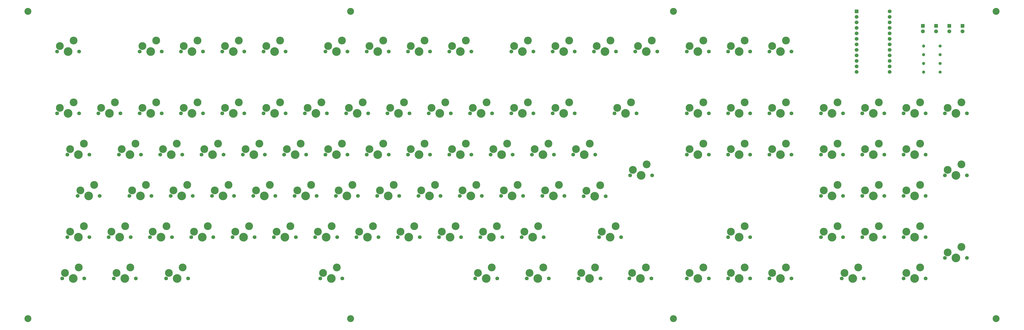
<source format=gbr>
%TF.GenerationSoftware,KiCad,Pcbnew,7.0.10*%
%TF.CreationDate,2024-04-02T12:04:44+02:00*%
%TF.ProjectId,k3yb.it,6b337962-2e69-4742-9e6b-696361645f70,v1.0b*%
%TF.SameCoordinates,Original*%
%TF.FileFunction,Soldermask,Top*%
%TF.FilePolarity,Negative*%
%FSLAX46Y46*%
G04 Gerber Fmt 4.6, Leading zero omitted, Abs format (unit mm)*
G04 Created by KiCad (PCBNEW 7.0.10) date 2024-04-02 12:04:44*
%MOMM*%
%LPD*%
G01*
G04 APERTURE LIST*
%ADD10C,3.600000*%
%ADD11C,1.750000*%
%ADD12C,4.000000*%
%ADD13C,1.400000*%
%ADD14O,1.400000X1.400000*%
%ADD15R,1.800000X1.800000*%
%ADD16C,1.800000*%
%ADD17C,3.200000*%
%ADD18C,1.752600*%
%ADD19R,1.752600X1.752600*%
G04 APERTURE END LIST*
D10*
%TO.C,S50*%
X79057500Y-104775000D03*
X72707500Y-107315000D03*
D11*
X81597500Y-109855000D03*
D12*
X76517500Y-109855000D03*
D11*
X71437500Y-109855000D03*
%TD*%
%TO.C,S11*%
X266700000Y-43180000D03*
D12*
X271780000Y-43180000D03*
D11*
X276860000Y-43180000D03*
D10*
X267970000Y-40640000D03*
X274320000Y-38100000D03*
%TD*%
D13*
%TO.C,R3*%
X445465000Y-52655000D03*
D14*
X437845000Y-52655000D03*
%TD*%
D11*
%TO.C,S18*%
X57150000Y-71755000D03*
D12*
X62230000Y-71755000D03*
D11*
X67310000Y-71755000D03*
D10*
X58420000Y-69215000D03*
X64770000Y-66675000D03*
%TD*%
D11*
%TO.C,S78*%
X347662500Y-128905000D03*
D12*
X352742500Y-128905000D03*
D11*
X357822500Y-128905000D03*
D10*
X348932500Y-126365000D03*
X355282500Y-123825000D03*
%TD*%
D11*
%TO.C,S48*%
X366712500Y-71755000D03*
D12*
X371792500Y-71755000D03*
D11*
X376872500Y-71755000D03*
D10*
X367982500Y-69215000D03*
X374332500Y-66675000D03*
%TD*%
D11*
%TO.C,S8*%
X200025000Y-43180000D03*
D12*
X205105000Y-43180000D03*
D11*
X210185000Y-43180000D03*
D10*
X201295000Y-40640000D03*
X207645000Y-38100000D03*
%TD*%
D11*
%TO.C,S60*%
X261937500Y-109855000D03*
D12*
X267017500Y-109855000D03*
D11*
X272097500Y-109855000D03*
D10*
X263207500Y-107315000D03*
X269557500Y-104775000D03*
%TD*%
D11*
%TO.C,S56*%
X185737500Y-109855000D03*
D12*
X190817500Y-109855000D03*
D11*
X195897500Y-109855000D03*
D10*
X187007500Y-107315000D03*
X193357500Y-104775000D03*
%TD*%
D11*
%TO.C,S88*%
X302101250Y-147955000D03*
D12*
X307181250Y-147955000D03*
D11*
X312261250Y-147955000D03*
D10*
X303371250Y-145415000D03*
X309721250Y-142875000D03*
%TD*%
D11*
%TO.C,S3*%
X95250000Y-43180000D03*
D12*
X100330000Y-43180000D03*
D11*
X105410000Y-43180000D03*
D10*
X96520000Y-40640000D03*
X102870000Y-38100000D03*
%TD*%
D11*
%TO.C,S52*%
X109537500Y-109855000D03*
D12*
X114617500Y-109855000D03*
D11*
X119697500Y-109855000D03*
D10*
X110807500Y-107315000D03*
X117157500Y-104775000D03*
%TD*%
D11*
%TO.C,S59*%
X242887500Y-109855000D03*
D12*
X247967500Y-109855000D03*
D11*
X253047500Y-109855000D03*
D10*
X244157500Y-107315000D03*
X250507500Y-104775000D03*
%TD*%
D11*
%TO.C,S63*%
X347662500Y-90805000D03*
D12*
X352742500Y-90805000D03*
D11*
X357822500Y-90805000D03*
D10*
X348932500Y-88265000D03*
X355282500Y-85725000D03*
%TD*%
D11*
%TO.C,S20*%
X95250000Y-71755000D03*
D12*
X100330000Y-71755000D03*
D11*
X105410000Y-71755000D03*
D10*
X96520000Y-69215000D03*
X102870000Y-66675000D03*
%TD*%
D11*
%TO.C,S38*%
X142875000Y-90805000D03*
D12*
X147955000Y-90805000D03*
D11*
X153035000Y-90805000D03*
D10*
X144145000Y-88265000D03*
X150495000Y-85725000D03*
%TD*%
D11*
%TO.C,S61*%
X302418750Y-100330000D03*
D12*
X307498750Y-100330000D03*
D11*
X312578750Y-100330000D03*
D10*
X303688750Y-97790000D03*
X310038750Y-95250000D03*
%TD*%
D11*
%TO.C,S97*%
X390525000Y-71755000D03*
D12*
X395605000Y-71755000D03*
D11*
X400685000Y-71755000D03*
D10*
X391795000Y-69215000D03*
X398145000Y-66675000D03*
%TD*%
D11*
%TO.C,S31*%
X280987500Y-110013750D03*
D12*
X286067500Y-110013750D03*
D11*
X291147500Y-110013750D03*
D10*
X282257500Y-107473750D03*
X288607500Y-104933750D03*
%TD*%
D11*
%TO.C,S13*%
X304800000Y-43180000D03*
D12*
X309880000Y-43180000D03*
D11*
X314960000Y-43180000D03*
D10*
X306070000Y-40640000D03*
X312420000Y-38100000D03*
%TD*%
D11*
%TO.C,S54*%
X147637500Y-109855000D03*
D12*
X152717500Y-109855000D03*
D11*
X157797500Y-109855000D03*
D10*
X148907500Y-107315000D03*
X155257500Y-104775000D03*
%TD*%
D15*
%TO.C,D80*%
X443611000Y-31358000D03*
D16*
X443611000Y-33898000D03*
%TD*%
D11*
%TO.C,S30*%
X295275000Y-71755000D03*
D12*
X300355000Y-71755000D03*
D11*
X305435000Y-71755000D03*
D10*
X296545000Y-69215000D03*
X302895000Y-66675000D03*
%TD*%
D11*
%TO.C,S21*%
X114300000Y-71755000D03*
D12*
X119380000Y-71755000D03*
D11*
X124460000Y-71755000D03*
D10*
X115570000Y-69215000D03*
X121920000Y-66675000D03*
%TD*%
D11*
%TO.C,S26*%
X209550000Y-71755000D03*
D12*
X214630000Y-71755000D03*
D11*
X219710000Y-71755000D03*
D10*
X210820000Y-69215000D03*
X217170000Y-66675000D03*
%TD*%
D11*
%TO.C,S73*%
X195262500Y-128905000D03*
D12*
X200342500Y-128905000D03*
D11*
X205422500Y-128905000D03*
D10*
X196532500Y-126365000D03*
X202882500Y-123825000D03*
%TD*%
D11*
%TO.C,S87*%
X278606250Y-147955000D03*
D12*
X283686250Y-147955000D03*
D11*
X288766250Y-147955000D03*
D10*
X279876250Y-145415000D03*
X286226250Y-142875000D03*
%TD*%
D11*
%TO.C,S53*%
X128587500Y-109855000D03*
D12*
X133667500Y-109855000D03*
D11*
X138747500Y-109855000D03*
D10*
X129857500Y-107315000D03*
X136207500Y-104775000D03*
%TD*%
D11*
%TO.C,S47*%
X347662500Y-71755000D03*
D12*
X352742500Y-71755000D03*
D11*
X357822500Y-71755000D03*
D10*
X348932500Y-69215000D03*
X355282500Y-66675000D03*
%TD*%
D17*
%TO.C,REF\u002A\u002A*%
X173515900Y-166465966D03*
%TD*%
D11*
%TO.C,S4*%
X114300000Y-43180000D03*
D12*
X119380000Y-43180000D03*
D11*
X124460000Y-43180000D03*
D10*
X115570000Y-40640000D03*
X121920000Y-38100000D03*
%TD*%
D11*
%TO.C,S2*%
X76200000Y-43180000D03*
D12*
X81280000Y-43180000D03*
D11*
X86360000Y-43180000D03*
D10*
X77470000Y-40640000D03*
X83820000Y-38100000D03*
%TD*%
D11*
%TO.C,S101*%
X390525000Y-90805000D03*
D12*
X395605000Y-90805000D03*
D11*
X400685000Y-90805000D03*
D10*
X391795000Y-88265000D03*
X398145000Y-85725000D03*
%TD*%
D11*
%TO.C,S62*%
X328612500Y-90805000D03*
D12*
X333692500Y-90805000D03*
D11*
X338772500Y-90805000D03*
D10*
X329882500Y-88265000D03*
X336232500Y-85725000D03*
%TD*%
D11*
%TO.C,S65*%
X42862500Y-128905000D03*
D12*
X47942500Y-128905000D03*
D11*
X53022500Y-128905000D03*
D10*
X44132500Y-126365000D03*
X50482500Y-123825000D03*
%TD*%
D11*
%TO.C,S64*%
X366712500Y-90805000D03*
D12*
X371792500Y-90805000D03*
D11*
X376872500Y-90805000D03*
D10*
X367982500Y-88265000D03*
X374332500Y-85725000D03*
%TD*%
D11*
%TO.C,S71*%
X157162500Y-128905000D03*
D12*
X162242500Y-128905000D03*
D11*
X167322500Y-128905000D03*
D10*
X158432500Y-126365000D03*
X164782500Y-123825000D03*
%TD*%
D11*
%TO.C,S105*%
X390525000Y-109855000D03*
D12*
X395605000Y-109855000D03*
D11*
X400685000Y-109855000D03*
D10*
X391795000Y-107315000D03*
X398145000Y-104775000D03*
%TD*%
D11*
%TO.C,S99*%
X428625000Y-71755000D03*
D12*
X433705000Y-71755000D03*
D11*
X438785000Y-71755000D03*
D10*
X429895000Y-69215000D03*
X436245000Y-66675000D03*
%TD*%
D11*
%TO.C,S102*%
X409575000Y-90805000D03*
D12*
X414655000Y-90805000D03*
D11*
X419735000Y-90805000D03*
D10*
X410845000Y-88265000D03*
X417195000Y-85725000D03*
%TD*%
D11*
%TO.C,S19*%
X76200000Y-71755000D03*
D12*
X81280000Y-71755000D03*
D11*
X86360000Y-71755000D03*
D10*
X77470000Y-69215000D03*
X83820000Y-66675000D03*
%TD*%
D11*
%TO.C,S70*%
X138112500Y-128905000D03*
D12*
X143192500Y-128905000D03*
D11*
X148272500Y-128905000D03*
D10*
X139382500Y-126365000D03*
X145732500Y-123825000D03*
%TD*%
D11*
%TO.C,S5*%
X133350000Y-43180000D03*
D12*
X138430000Y-43180000D03*
D11*
X143510000Y-43180000D03*
D10*
X134620000Y-40640000D03*
X140970000Y-38100000D03*
%TD*%
D17*
%TO.C,REF\u002A\u002A*%
X471270611Y-166477368D03*
%TD*%
D11*
%TO.C,S28*%
X247650000Y-71755000D03*
D12*
X252730000Y-71755000D03*
D11*
X257810000Y-71755000D03*
D10*
X248920000Y-69215000D03*
X255270000Y-66675000D03*
%TD*%
D11*
%TO.C,S39*%
X161925000Y-90805000D03*
D12*
X167005000Y-90805000D03*
D11*
X172085000Y-90805000D03*
D10*
X163195000Y-88265000D03*
X169545000Y-85725000D03*
%TD*%
D11*
%TO.C,S98*%
X409575000Y-71755000D03*
D12*
X414655000Y-71755000D03*
D11*
X419735000Y-71755000D03*
D10*
X410845000Y-69215000D03*
X417195000Y-66675000D03*
%TD*%
D11*
%TO.C,S83*%
X88423750Y-147955000D03*
D12*
X93503750Y-147955000D03*
D11*
X98583750Y-147955000D03*
D10*
X89693750Y-145415000D03*
X96043750Y-142875000D03*
%TD*%
D11*
%TO.C,S82*%
X64293750Y-147955000D03*
D12*
X69373750Y-147955000D03*
D11*
X74453750Y-147955000D03*
D10*
X65563750Y-145415000D03*
X71913750Y-142875000D03*
%TD*%
D11*
%TO.C,S41*%
X200025000Y-90805000D03*
D12*
X205105000Y-90805000D03*
D11*
X210185000Y-90805000D03*
D10*
X201295000Y-88265000D03*
X207645000Y-85725000D03*
%TD*%
D11*
%TO.C,S81*%
X40481250Y-147955000D03*
D12*
X45561250Y-147955000D03*
D11*
X50641250Y-147955000D03*
D10*
X41751250Y-145415000D03*
X48101250Y-142875000D03*
%TD*%
D17*
%TO.C,REF\u002A\u002A*%
X322380592Y-166477368D03*
%TD*%
D11*
%TO.C,S45*%
X276225000Y-90805000D03*
D12*
X281305000Y-90805000D03*
D11*
X286385000Y-90805000D03*
D10*
X277495000Y-88265000D03*
X283845000Y-85725000D03*
%TD*%
D17*
%TO.C,REF\u002A\u002A*%
X173500675Y-24646572D03*
%TD*%
D11*
%TO.C,S17*%
X38100000Y-71755000D03*
D12*
X43180000Y-71755000D03*
D11*
X48260000Y-71755000D03*
D10*
X39370000Y-69215000D03*
X45720000Y-66675000D03*
%TD*%
D17*
%TO.C,REF\u002A\u002A*%
X322388177Y-24654157D03*
%TD*%
D11*
%TO.C,S37*%
X123825000Y-90805000D03*
D12*
X128905000Y-90805000D03*
D11*
X133985000Y-90805000D03*
D10*
X125095000Y-88265000D03*
X131445000Y-85725000D03*
%TD*%
D11*
%TO.C,S35*%
X85725000Y-90805000D03*
D12*
X90805000Y-90805000D03*
D11*
X95885000Y-90805000D03*
D10*
X86995000Y-88265000D03*
X93345000Y-85725000D03*
%TD*%
D11*
%TO.C,S75*%
X233362500Y-128905000D03*
D12*
X238442500Y-128905000D03*
D11*
X243522500Y-128905000D03*
D10*
X234632500Y-126365000D03*
X240982500Y-123825000D03*
%TD*%
D11*
%TO.C,S94*%
X447675000Y-138430000D03*
D12*
X452755000Y-138430000D03*
D11*
X457835000Y-138430000D03*
D10*
X448945000Y-135890000D03*
X455295000Y-133350000D03*
%TD*%
D11*
%TO.C,S85*%
X230981250Y-147955000D03*
D12*
X236061250Y-147955000D03*
D11*
X241141250Y-147955000D03*
D10*
X232251250Y-145415000D03*
X238601250Y-142875000D03*
%TD*%
D11*
%TO.C,S91*%
X366712500Y-147955000D03*
D12*
X371792500Y-147955000D03*
D11*
X376872500Y-147955000D03*
D10*
X367982500Y-145415000D03*
X374332500Y-142875000D03*
%TD*%
D11*
%TO.C,S77*%
X288131250Y-128905000D03*
D12*
X293211250Y-128905000D03*
D11*
X298291250Y-128905000D03*
D10*
X289401250Y-126365000D03*
X295751250Y-123825000D03*
%TD*%
D11*
%TO.C,S68*%
X100012500Y-128905000D03*
D12*
X105092500Y-128905000D03*
D11*
X110172500Y-128905000D03*
D10*
X101282500Y-126365000D03*
X107632500Y-123825000D03*
%TD*%
D11*
%TO.C,S1*%
X38100000Y-43180000D03*
D12*
X43180000Y-43180000D03*
D11*
X48260000Y-43180000D03*
D10*
X39370000Y-40640000D03*
X45720000Y-38100000D03*
%TD*%
D11*
%TO.C,S76*%
X252412500Y-128905000D03*
D12*
X257492500Y-128905000D03*
D11*
X262572500Y-128905000D03*
D10*
X253682500Y-126365000D03*
X260032500Y-123825000D03*
%TD*%
D11*
%TO.C,S34*%
X66675000Y-90805000D03*
D12*
X71755000Y-90805000D03*
D11*
X76835000Y-90805000D03*
D10*
X67945000Y-88265000D03*
X74295000Y-85725000D03*
%TD*%
D11*
%TO.C,S23*%
X152400000Y-71755000D03*
D12*
X157480000Y-71755000D03*
D11*
X162560000Y-71755000D03*
D10*
X153670000Y-69215000D03*
X160020000Y-66675000D03*
%TD*%
D13*
%TO.C,R4*%
X445465000Y-48655000D03*
D14*
X437845000Y-48655000D03*
%TD*%
D11*
%TO.C,S58*%
X223837500Y-109855000D03*
D12*
X228917500Y-109855000D03*
D11*
X233997500Y-109855000D03*
D10*
X225107500Y-107315000D03*
X231457500Y-104775000D03*
%TD*%
D11*
%TO.C,S92*%
X400050000Y-147955000D03*
D12*
X405130000Y-147955000D03*
D11*
X410210000Y-147955000D03*
D10*
X401320000Y-145415000D03*
X407670000Y-142875000D03*
%TD*%
D11*
%TO.C,S110*%
X428625000Y-128905000D03*
D12*
X433705000Y-128905000D03*
D11*
X438785000Y-128905000D03*
D10*
X429895000Y-126365000D03*
X436245000Y-123825000D03*
%TD*%
D11*
%TO.C,S24*%
X171450000Y-71755000D03*
D12*
X176530000Y-71755000D03*
D11*
X181610000Y-71755000D03*
D10*
X172720000Y-69215000D03*
X179070000Y-66675000D03*
%TD*%
D11*
%TO.C,S22*%
X133350000Y-71755000D03*
D12*
X138430000Y-71755000D03*
D11*
X143510000Y-71755000D03*
D10*
X134620000Y-69215000D03*
X140970000Y-66675000D03*
%TD*%
D11*
%TO.C,S46*%
X328612500Y-71755000D03*
D12*
X333692500Y-71755000D03*
D11*
X338772500Y-71755000D03*
D10*
X329882500Y-69215000D03*
X336232500Y-66675000D03*
%TD*%
D11*
%TO.C,S100*%
X447675000Y-71755000D03*
D12*
X452755000Y-71755000D03*
D11*
X457835000Y-71755000D03*
D10*
X448945000Y-69215000D03*
X455295000Y-66675000D03*
%TD*%
D11*
%TO.C,S109*%
X409575000Y-128905000D03*
D12*
X414655000Y-128905000D03*
D11*
X419735000Y-128905000D03*
D10*
X410845000Y-126365000D03*
X417195000Y-123825000D03*
%TD*%
D11*
%TO.C,S15*%
X347662500Y-43180000D03*
D12*
X352742500Y-43180000D03*
D11*
X357822500Y-43180000D03*
D10*
X348932500Y-40640000D03*
X355282500Y-38100000D03*
%TD*%
D11*
%TO.C,S51*%
X90487500Y-109855000D03*
D12*
X95567500Y-109855000D03*
D11*
X100647500Y-109855000D03*
D10*
X91757500Y-107315000D03*
X98107500Y-104775000D03*
%TD*%
D11*
%TO.C,S36*%
X104775000Y-90805000D03*
D12*
X109855000Y-90805000D03*
D11*
X114935000Y-90805000D03*
D10*
X106045000Y-88265000D03*
X112395000Y-85725000D03*
%TD*%
D11*
%TO.C,S74*%
X214312500Y-128905000D03*
D12*
X219392500Y-128905000D03*
D11*
X224472500Y-128905000D03*
D10*
X215582500Y-126365000D03*
X221932500Y-123825000D03*
%TD*%
D11*
%TO.C,S25*%
X190500000Y-71755000D03*
D12*
X195580000Y-71755000D03*
D11*
X200660000Y-71755000D03*
D10*
X191770000Y-69215000D03*
X198120000Y-66675000D03*
%TD*%
D11*
%TO.C,S16*%
X366712500Y-43180000D03*
D12*
X371792500Y-43180000D03*
D11*
X376872500Y-43180000D03*
D10*
X367982500Y-40640000D03*
X374332500Y-38100000D03*
%TD*%
D11*
%TO.C,S27*%
X228600000Y-71755000D03*
D12*
X233680000Y-71755000D03*
D11*
X238760000Y-71755000D03*
D10*
X229870000Y-69215000D03*
X236220000Y-66675000D03*
%TD*%
D11*
%TO.C,S6*%
X161925000Y-43180000D03*
D12*
X167005000Y-43180000D03*
D11*
X172085000Y-43180000D03*
D10*
X163195000Y-40640000D03*
X169545000Y-38100000D03*
%TD*%
D11*
%TO.C,S40*%
X180975000Y-90805000D03*
D12*
X186055000Y-90805000D03*
D11*
X191135000Y-90805000D03*
D10*
X182245000Y-88265000D03*
X188595000Y-85725000D03*
%TD*%
D11*
%TO.C,S90*%
X347662500Y-147955000D03*
D12*
X352742500Y-147955000D03*
D11*
X357822500Y-147955000D03*
D10*
X348932500Y-145415000D03*
X355282500Y-142875000D03*
%TD*%
D11*
%TO.C,S84*%
X159543750Y-147955000D03*
D12*
X164623750Y-147955000D03*
D11*
X169703750Y-147955000D03*
D10*
X160813750Y-145415000D03*
X167163750Y-142875000D03*
%TD*%
D17*
%TO.C,REF\u002A\u002A*%
X24625013Y-24625013D03*
%TD*%
D11*
%TO.C,S14*%
X328612500Y-43180000D03*
D12*
X333692500Y-43180000D03*
D11*
X338772500Y-43180000D03*
D10*
X329882500Y-40640000D03*
X336232500Y-38100000D03*
%TD*%
D11*
%TO.C,S66*%
X61912500Y-128905000D03*
D12*
X66992500Y-128905000D03*
D11*
X72072500Y-128905000D03*
D10*
X63182500Y-126365000D03*
X69532500Y-123825000D03*
%TD*%
D11*
%TO.C,S72*%
X176212500Y-128905000D03*
D12*
X181292500Y-128905000D03*
D11*
X186372500Y-128905000D03*
D10*
X177482500Y-126365000D03*
X183832500Y-123825000D03*
%TD*%
D11*
%TO.C,S43*%
X238125000Y-90805000D03*
D12*
X243205000Y-90805000D03*
D11*
X248285000Y-90805000D03*
D10*
X239395000Y-88265000D03*
X245745000Y-85725000D03*
%TD*%
D11*
%TO.C,S107*%
X428625000Y-109855000D03*
D12*
X433705000Y-109855000D03*
D11*
X438785000Y-109855000D03*
D10*
X429895000Y-107315000D03*
X436245000Y-104775000D03*
%TD*%
D11*
%TO.C,S86*%
X254793750Y-147955000D03*
D12*
X259873750Y-147955000D03*
D11*
X264953750Y-147955000D03*
D10*
X256063750Y-145415000D03*
X262413750Y-142875000D03*
%TD*%
D11*
%TO.C,S42*%
X219075000Y-90805000D03*
D12*
X224155000Y-90805000D03*
D11*
X229235000Y-90805000D03*
D10*
X220345000Y-88265000D03*
X226695000Y-85725000D03*
%TD*%
D15*
%TO.C,D95*%
X455803000Y-31364000D03*
D16*
X455803000Y-33904000D03*
%TD*%
D15*
%TO.C,D79*%
X437515000Y-31358000D03*
D16*
X437515000Y-33898000D03*
%TD*%
D11*
%TO.C,S106*%
X409575000Y-109855000D03*
D12*
X414655000Y-109855000D03*
D11*
X419735000Y-109855000D03*
D10*
X410845000Y-107315000D03*
X417195000Y-104775000D03*
%TD*%
%TO.C,S55*%
X174307500Y-104775000D03*
X167957500Y-107315000D03*
D11*
X176847500Y-109855000D03*
D12*
X171767500Y-109855000D03*
D11*
X166687500Y-109855000D03*
%TD*%
%TO.C,S9*%
X219075000Y-43180000D03*
D12*
X224155000Y-43180000D03*
D11*
X229235000Y-43180000D03*
D10*
X220345000Y-40640000D03*
X226695000Y-38100000D03*
%TD*%
D11*
%TO.C,S67*%
X80962500Y-128905000D03*
D12*
X86042500Y-128905000D03*
D11*
X91122500Y-128905000D03*
D10*
X82232500Y-126365000D03*
X88582500Y-123825000D03*
%TD*%
D15*
%TO.C,D32*%
X449707000Y-31364000D03*
D16*
X449707000Y-33904000D03*
%TD*%
D11*
%TO.C,S104*%
X447675000Y-100330000D03*
D12*
X452755000Y-100330000D03*
D11*
X457835000Y-100330000D03*
D10*
X448945000Y-97790000D03*
X455295000Y-95250000D03*
%TD*%
D11*
%TO.C,S44*%
X257175000Y-90805000D03*
D12*
X262255000Y-90805000D03*
D11*
X267335000Y-90805000D03*
D10*
X258445000Y-88265000D03*
X264795000Y-85725000D03*
%TD*%
D13*
%TO.C,R2*%
X445465000Y-44655000D03*
D14*
X437845000Y-44655000D03*
%TD*%
D11*
%TO.C,S93*%
X428625000Y-147955000D03*
D12*
X433705000Y-147955000D03*
D11*
X438785000Y-147955000D03*
D10*
X429895000Y-145415000D03*
X436245000Y-142875000D03*
%TD*%
D11*
%TO.C,S103*%
X428625000Y-90805000D03*
D12*
X433705000Y-90805000D03*
D11*
X438785000Y-90805000D03*
D10*
X429895000Y-88265000D03*
X436245000Y-85725000D03*
%TD*%
D18*
%TO.C,U1*%
X422155000Y-24655000D03*
X422155000Y-27195000D03*
X422155000Y-29735000D03*
X422155000Y-32275000D03*
X422155000Y-34815000D03*
X422155000Y-37355000D03*
X422155000Y-39895000D03*
X422155000Y-42435000D03*
X422155000Y-44975000D03*
X422155000Y-47515000D03*
X422155000Y-50055000D03*
X422155000Y-52595000D03*
X406915000Y-52595000D03*
X406915000Y-50055000D03*
X406915000Y-47515000D03*
X406915000Y-44975000D03*
X406915000Y-42435000D03*
X406915000Y-39895000D03*
X406915000Y-37355000D03*
X406915000Y-34815000D03*
X406915000Y-32275000D03*
X406915000Y-29735000D03*
X406915000Y-27195000D03*
D19*
X406915000Y-24655000D03*
%TD*%
D11*
%TO.C,S10*%
X247650000Y-43180000D03*
D12*
X252730000Y-43180000D03*
D11*
X257810000Y-43180000D03*
D10*
X248920000Y-40640000D03*
X255270000Y-38100000D03*
%TD*%
D11*
%TO.C,S57*%
X204787500Y-109855000D03*
D12*
X209867500Y-109855000D03*
D11*
X214947500Y-109855000D03*
D10*
X206057500Y-107315000D03*
X212407500Y-104775000D03*
%TD*%
D11*
%TO.C,S49*%
X47625000Y-109855000D03*
D12*
X52705000Y-109855000D03*
D11*
X57785000Y-109855000D03*
D10*
X48895000Y-107315000D03*
X55245000Y-104775000D03*
%TD*%
D11*
%TO.C,S7*%
X180975000Y-43180000D03*
D12*
X186055000Y-43180000D03*
D11*
X191135000Y-43180000D03*
D10*
X182245000Y-40640000D03*
X188595000Y-38100000D03*
%TD*%
D17*
%TO.C,REF\u002A\u002A*%
X471269767Y-24647815D03*
%TD*%
D11*
%TO.C,S33*%
X42862500Y-90805000D03*
D12*
X47942500Y-90805000D03*
D11*
X53022500Y-90805000D03*
D10*
X44132500Y-88265000D03*
X50482500Y-85725000D03*
%TD*%
D11*
%TO.C,S12*%
X285750000Y-43180000D03*
D12*
X290830000Y-43180000D03*
D11*
X295910000Y-43180000D03*
D10*
X287020000Y-40640000D03*
X293370000Y-38100000D03*
%TD*%
D13*
%TO.C,R1*%
X445465000Y-40655000D03*
D14*
X437845000Y-40655000D03*
%TD*%
D11*
%TO.C,S89*%
X328612500Y-147955000D03*
D12*
X333692500Y-147955000D03*
D11*
X338772500Y-147955000D03*
D10*
X329882500Y-145415000D03*
X336232500Y-142875000D03*
%TD*%
D11*
%TO.C,S69*%
X119062500Y-128905000D03*
D12*
X124142500Y-128905000D03*
D11*
X129222500Y-128905000D03*
D10*
X120332500Y-126365000D03*
X126682500Y-123825000D03*
%TD*%
D11*
%TO.C,S108*%
X390525000Y-128905000D03*
D12*
X395605000Y-128905000D03*
D11*
X400685000Y-128905000D03*
D10*
X391795000Y-126365000D03*
X398145000Y-123825000D03*
%TD*%
D17*
%TO.C,REF\u002A\u002A*%
X24642613Y-166473323D03*
%TD*%
D11*
%TO.C,S29*%
X266700000Y-71755000D03*
D12*
X271780000Y-71755000D03*
D11*
X276860000Y-71755000D03*
D10*
X267970000Y-69215000D03*
X274320000Y-66675000D03*
%TD*%
M02*

</source>
